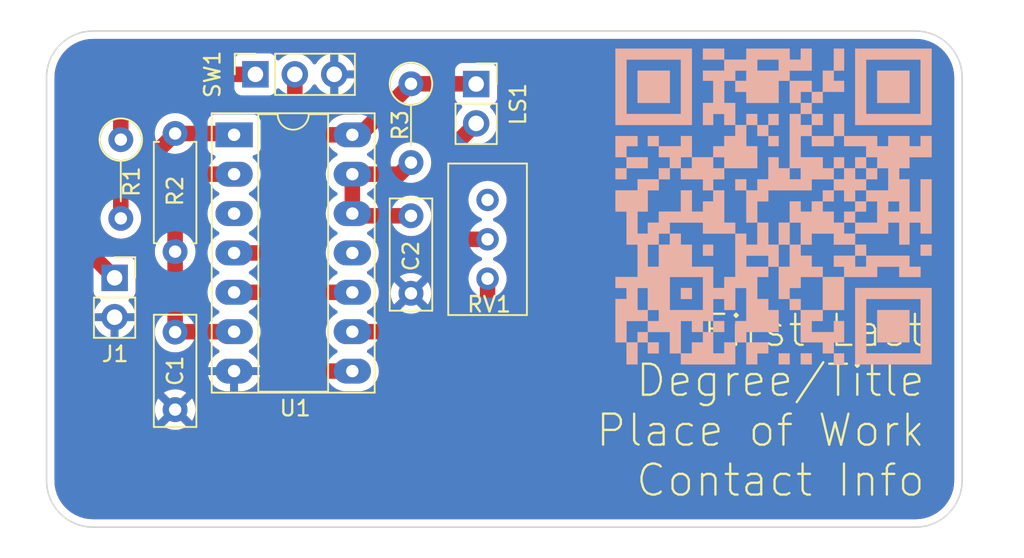
<source format=kicad_pcb>
(kicad_pcb (version 20211014) (generator pcbnew)
  (title_block (title "Business Card") (date "2022-08-22") (rev "2.0") (comment 1 "Rounded Corners"))
  (layers (0 "F.Cu" signal) (31 "B.Cu" signal) (34 "B.Paste" user) (35 "F.Paste" user) (36 "B.SilkS" user "B.Silkscreen") (37 "F.SilkS" user "F.Silkscreen") (38 "B.Mask" user) (39 "F.Mask" user) (44 "Edge.Cuts" user))
  (net 0 "")
  (net 1 "TO_TR_THR_A")
  (net 2 "GND")
  (net 3 "TO_DIS_THR_B")
  (net 4 "+BATT")
  (net 5 "+9V")
  (net 6 "Net-(LS1-Pad2)")
  (net 7 "TO_DIS_A")
  (net 8 "TO_SPEAKER")
  (net 11 "TO_TR_B")
  (footprint "Package_DIP:DIP-14_W7.62mm_Socket_LongPads" (layer "F.Cu") (at 130.339 91.783)
    (fp_text reference "U1" (at 3.935 17.64) (layer "F.SilkS"))
    (fp_text value "NE556")
    (fp_line (start -1.44 -1.39) (end -1.44 16.63) (layer "F.SilkS") (width 0.12))
    (fp_line (start 9.06 -1.39) (end -1.44 -1.39) (layer "F.SilkS") (width 0.12))
    (fp_line (start 6.06 -1.33) (end 4.81 -1.33) (layer "F.SilkS") (width 0.12))
    (fp_line (start 9.06 16.63) (end 9.06 -1.39) (layer "F.SilkS") (width 0.12))
    (fp_line (start 1.56 16.57) (end 6.06 16.57) (layer "F.SilkS") (width 0.12))
    (fp_line (start 1.56 -1.33) (end 1.56 16.57) (layer "F.SilkS") (width 0.12))
    (fp_line (start -1.44 16.63) (end 9.06 16.63) (layer "F.SilkS") (width 0.12))
    (fp_line (start 2.81 -1.33) (end 1.56 -1.33) (layer "F.SilkS") (width 0.12))
    (fp_line (start 6.06 16.57) (end 6.06 -1.33) (layer "F.SilkS") (width 0.12))
    (fp_arc (start 4.81 -1.33) (mid 3.81 -0.33) (end 2.81 -1.33) (layer "F.SilkS") (width 0.12))
    (pad "1" thru_hole rect (at 0 0) (size 2.4 1.6) (drill 0.8) (layers *.Cu *.Mask) (net 7 "TO_DIS_A"))
    (pad "2" thru_hole oval (at 0 2.54) (size 2.4 1.6) (drill 0.8) (layers *.Cu *.Mask) (net 1 "TO_TR_THR_A"))
    (pad "3" thru_hole oval (at 0 5.08) (size 2.4 1.6) (drill 0.8) (layers *.Cu *.Mask))
    (pad "4" thru_hole oval (at 0 7.62) (size 2.4 1.6) (drill 0.8) (layers *.Cu *.Mask) (net 5 "+9V"))
    (pad "5" thru_hole oval (at 0 10.16) (size 2.4 1.6) (drill 0.8) (layers *.Cu *.Mask) (net 11 "TO_TR_B"))
    (pad "6" thru_hole oval (at 0 12.7) (size 2.4 1.6) (drill 0.8) (layers *.Cu *.Mask) (net 1 "TO_TR_THR_A"))
    (pad "7" thru_hole oval (at 0 15.24) (size 2.4 1.6) (drill 0.8) (layers *.Cu *.Mask) (net 2 "GND"))
    (pad "8" thru_hole oval (at 7.62 15.24) (size 2.4 1.6) (drill 0.8) (layers *.Cu *.Mask) (net 11 "TO_TR_B"))
    (pad "9" thru_hole oval (at 7.62 12.7) (size 2.4 1.6) (drill 0.8) (layers *.Cu *.Mask) (net 8 "TO_SPEAKER"))
    (pad "10" thru_hole oval (at 7.62 10.16) (size 2.4 1.6) (drill 0.8) (layers *.Cu *.Mask) (net 5 "+9V"))
    (pad "11" thru_hole oval (at 7.62 7.62) (size 2.4 1.6) (drill 0.8) (layers *.Cu *.Mask))
    (pad "12" thru_hole oval (at 7.62 5.08) (size 2.4 1.6) (drill 0.8) (layers *.Cu *.Mask) (net 3 "TO_DIS_THR_B"))
    (pad "13" thru_hole oval (at 7.62 2.54) (size 2.4 1.6) (drill 0.8) (layers *.Cu *.Mask) (net 3 "TO_DIS_THR_B"))
    (pad "14" thru_hole oval (at 7.62 0) (size 2.4 1.6) (drill 0.8) (layers *.Cu *.Mask) (net 5 "+9V"))
  )
  (footprint "QR_CODE:qrcode_github" (layer "F.Cu") (at 165 96)
    (fp_text reference "G***" hide)
    (fp_text value "LOGO" hide)
    (fp_poly (pts (xy -10.0838 -1.3462) (xy -9.3726 -1.3462) (xy -9.3726 -2.0574) (xy -10.0838 -2.0574) (xy -10.0838 -1.3462)) (layer "B.SilkS") (width 0.01) (fill solid))
    (fp_poly (pts (xy -5.8674 6.3754) (xy -5.1562 6.3754) (xy -5.1562 5.6642) (xy -5.8674 5.6642) (xy -5.8674 6.3754)) (layer "B.SilkS") (width 0.01) (fill solid))
    (fp_poly (pts (xy -1.651 -4.8514) (xy -0.9398 -4.8514) (xy -0.9398 -5.5626) (xy -1.651 -5.5626) (xy -1.651 -4.8514)) (layer "B.SilkS") (width 0.01) (fill solid))
    (fp_poly (pts (xy 9.5758 3.5814) (xy 10.287 3.5814) (xy 10.287 2.8702) (xy 9.5758 2.8702) (xy 9.5758 3.5814)) (layer "B.SilkS") (width 0.01) (fill solid))
    (fp_poly (pts (xy -0.2286 -4.8514) (xy 0.4318 -4.8514) (xy 0.4318 -5.5626) (xy -0.2286 -5.5626) (xy -0.2286 -4.8514)) (layer "B.SilkS") (width 0.01) (fill solid))
    (fp_poly (pts (xy -10.0838 -2.7686) (xy -9.3726 -2.7686) (xy -9.3726 -3.4798) (xy -8.6614 -3.4798) (xy -8.6614 -4.1402) (xy -10.0838 -4.1402) (xy -10.0838 -2.7686)) (layer "B.SilkS") (width 0.01) (fill solid))
    (fp_poly (pts (xy -4.445 3.5814) (xy -3.7846 3.5814) (xy -3.7846 2.8702) (xy -4.445 2.8702) (xy -4.445 3.5814)) (layer "B.SilkS") (width 0.01) (fill solid))
    (fp_poly (pts (xy -4.445 -9.0678) (xy -3.0734 -9.0678) (xy -3.0734 -9.779) (xy -4.445 -9.779) (xy -4.445 -9.0678)) (layer "B.SilkS") (width 0.01) (fill solid))
    (fp_poly (pts (xy 3.2766 0.0762) (xy 3.9878 0.0762) (xy 3.9878 -0.635) (xy 3.2766 -0.635) (xy 3.2766 0.0762)) (layer "B.SilkS") (width 0.01) (fill solid))
    (fp_poly (pts (xy 3.9878 10.5918) (xy 4.6482 10.5918) (xy 4.6482 9.8806) (xy 3.9878 9.8806) (xy 3.9878 10.5918)) (layer "B.SilkS") (width 0.01) (fill solid))
    (fp_poly (pts (xy -8.001 8.509) (xy -6.5786 8.509) (xy -6.5786 9.8806) (xy -5.8674 9.8806) (xy -5.8674 10.5918) (xy -2.3622 10.5918) (xy -2.3622 9.1694) (xy -1.651 9.1694) (xy -1.651 8.509) (xy 0.4318 8.509) (xy 0.4318 7.0866) (xy -0.2286 7.0866) (xy -0.2286 6.3754) (xy -0.9398 6.3754) (xy -0.9398 5.6642) (xy -1.651 5.6642) (xy -1.651 7.7978) (xy -2.3622 7.7978) (xy -2.3622 9.1694) (xy -3.0734 9.1694) (xy -3.0734 9.8806) (xy -3.7846 9.8806) (xy -3.7846 8.509) (xy -4.445 8.509) (xy -4.445 9.1694) (xy -5.1562 9.1694) (xy -5.1562 9.8806) (xy -5.8674 9.8806) (xy -5.8674 7.7978) (xy -5.1562 7.7978) (xy -5.1562 8.509) (xy -4.445 8.509) (xy -4.445 7.7978) (xy -3.7846 7.7978) (xy -3.7846 6.3754) (xy -3.0734 6.3754) (xy -3.0734 7.0866) (xy -2.3622 7.0866) (xy -2.3622 5.6642) (xy -1.651 5.6642) (xy -0.9398 5.6642) (xy -0.9398 4.953) (xy -0.2286 4.953) (xy -0.2286 4.2926) (xy 0.4318 4.2926) (xy 0.4318 6.3754) (xy 1.143 6.3754) (xy 1.143 7.0866) (xy 1.8542 7.0866) (xy 1.8542 9.1694) (xy 3.2766 9.1694) (xy 3.2766 9.8806) (xy 3.9878 9.8806) (xy 3.9878 9.1694) (xy 4.6482 9.1694) (xy 4.6482 7.7978) (xy 3.9878 7.7978) (xy 3.9878 8.509) (xy 2.5654 8.509) (xy 2.5654 7.7978) (xy 3.2766 7.7978) (xy 3.2766 7.0866) (xy 4.6482 7.0866) (xy 4.6482 4.953) (xy 6.7818 4.953) (xy 6.7818 4.2926) (xy 8.2042 4.2926) (xy 8.2042 4.953) (xy 9.5758 4.953) (xy 9.5758 4.2926) (xy 8.8646 4.2926) (xy 8.8646 3.5814) (xy 6.0706 3.5814) (xy 6.0706 4.2926) (xy 5.3594 4.2926) (xy 5.3594 3.5814) (xy 6.0706 3.5814) (xy 6.0706 2.8702) (xy 5.3594 2.8702) (xy 5.3594 3.5814) (xy 3.9878 3.5814) (xy 3.9878 4.2926) (xy 4.6482 4.2926) (xy 4.6482 4.953) (xy 3.2766 4.953) (xy 3.2766 7.0866) (xy 1.8542 7.0866) (xy 1.8542 6.3754) (xy 1.143 6.3754) (xy 1.143 5.6642) (xy 1.8542 5.6642) (xy 1.8542 4.953) (xy 3.2766 4.953) (xy 3.2766 4.2926) (xy 2.5654 4.2926) (xy 2.5654 3.5814) (xy 1.8542 3.5814) (xy 1.8542 2.8702) (xy 2.5654 2.8702) (xy 2.5654 2.159) (xy 3.9878 2.159) (xy 3.9878 2.8702) (xy 5.3594 2.8702) (xy 5.3594 2.159) (xy 7.493 2.159) (xy 7.493 1.4478) (xy 8.2042 1.4478) (xy 8.2042 2.8702) (xy 8.8646 2.8702) (xy 8.8646 1.4478) (xy 9.5758 1.4478) (xy 9.5758 2.159) (xy 10.287 2.159) (xy 10.287 -1.3462) (xy 9.5758 -1.3462) (xy 9.5758 0.7366) (xy 8.8646 0.7366) (xy 8.8646 0.0762) (xy 8.2042 0.0762) (xy 8.2042 0.7366) (xy 7.493 0.7366) (xy 7.493 0.0762) (xy 8.2042 0.0762) (xy 8.8646 0.0762) (xy 8.8646 -1.3462) (xy 8.2042 -1.3462) (xy 8.2042 -2.0574) (xy 7.493 -2.0574) (xy 7.493 -0.635) (xy 6.0706 -0.635) (xy 6.0706 0.0762) (xy 6.7818 0.0762) (xy 6.7818 1.4478) (xy 5.3594 1.4478) (xy 5.3594 2.159) (xy 4.6482 2.159) (xy 4.6482 1.4478) (xy 3.9878 1.4478) (xy 3.9878 0.7366) (xy 3.2766 0.7366) (xy 3.2766 0.0762) (xy 2.5654 0.0762) (xy 2.5654 0.7366) (xy 1.8542 0.7366) (xy 1.8542 0.0762) (xy 1.143 0.0762) (xy 1.143 1.4478) (xy 1.8542 1.4478) (xy 1.8542 2.8702) (xy 1.143 2.8702) (xy 1.143 4.2926) (xy 0.4318 4.2926) (xy 0.4318 3.5814) (xy -0.2286 3.5814) (xy -0.2286 4.2926) (xy -1.651 4.2926) (xy -1.651 3.5814) (xy -0.2286 3.5814) (xy 0.4318 3.5814) (xy 0.4318 2.8702) (xy -0.2286 2.8702) (xy -0.2286 1.4478) (xy -0.9398 1.4478) (xy -0.9398 0.0762) (xy -0.2286 0.0762) (xy -0.2286 -0.635) (xy 2.5654 -0.635) (xy 2.5654 -1.3462) (xy 3.9878 -1.3462) (xy 3.9878 -2.0574) (xy 3.2766 -2.0574) (xy 1.8542 -2.0574) (xy 1.8542 -1.3462) (xy 1.143 -1.3462) (xy 1.143 -2.0574) (xy 1.8542 -2.0574) (xy 3.2766 -2.0574) (xy 3.2766 -2.7686) (xy 1.8542 -2.7686) (xy 1.8542 -4.1402) (xy 2.5654 -4.1402) (xy 2.5654 -3.4798) (xy 3.9878 -3.4798) (xy 3.9878 -4.1402) (xy 4.6482 -4.1402) (xy 4.6482 -3.4798) (xy 6.0706 -3.4798) (xy 6.0706 -2.7686) (xy 6.7818 -2.7686) (xy 6.7818 -2.0574) (xy 7.493 -2.0574) (xy 8.2042 -2.0574) (xy 8.8646 -2.0574) (xy 8.8646 -2.7686) (xy 10.287 -2.7686) (xy 10.287 -4.1402) (xy 9.5758 -4.1402) (xy 9.5758 -3.4798) (xy 8.8646 -3.4798) (xy 8.8646 -4.1402) (xy 7.493 -4.1402) (xy 7.493 -3.4798) (xy 6.7818 -3.4798) (xy 6.7818 -4.1402) (xy 4.6482 -4.1402) (xy 4.6482 -5.5626) (xy 3.9878 -5.5626) (xy 3.9878 -4.1402) (xy 2.5654 -4.1402) (xy 2.5654 -4.8514) (xy 3.2766 -4.8514) (xy 3.2766 -5.5626) (xy 2.5654 -5.5626) (xy 2.5654 -4.8514) (xy 1.8542 -4.8514) (xy 1.8542 -5.5626) (xy 2.5654 -5.5626) (xy 2.5654 -6.2738) (xy 3.2766 -6.2738) (xy 3.2766 -6.985) (xy 2.5654 -6.985) (xy 2.5654 -6.2738) (xy 1.8542 -6.2738) (xy 1.8542 -5.5626) (xy 1.143 -5.5626) (xy 1.143 -2.0574) (xy 0.4318 -2.0574) (xy 0.4318 -2.7686) (xy -0.2286 -2.7686) (xy -0.2286 -1.3462) (xy -0.9398 -1.3462) (xy -0.9398 -0.635) (xy -1.651 -0.635) (xy -1.651 1.4478) (xy -0.9398 1.4478) (xy -0.9398 2.8702) (xy -1.651 2.8702) (xy -1.651 2.159) (xy -2.3622 2.159) (xy -2.3622 4.953) (xy -3.0734 4.953) (xy -3.0734 5.6642) (xy -3.7846 5.6642) (xy -3.7846 4.953) (xy -4.445 4.953) (xy -4.445 7.0866) (xy -6.5786 7.0866) (xy -7.2898 7.0866) (xy -7.2898 7.7978) (xy -8.001 7.7978) (xy -8.001 8.509) (xy -8.6614 8.509) (xy -8.6614 9.1694) (xy -9.3726 9.1694) (xy -9.3726 7.7978) (xy -8.001 7.7978) (xy -8.001 7.0866) (xy -7.2898 7.0866) (xy -6.5786 7.0866) (xy -6.5786 5.6642) (xy -8.001 5.6642) (xy -8.001 7.0866) (xy -8.6614 7.0866) (xy -8.6614 5.6642) (xy -8.001 5.6642) (xy -6.5786 5.6642) (xy -6.5786 4.953) (xy -4.445 4.953) (xy -3.7846 4.953) (xy -3.7846 4.2926) (xy -5.1562 4.2926) (xy -5.1562 2.8702) (xy -5.8674 2.8702) (xy -5.8674 2.159) (xy -6.5786 2.159) (xy -6.5786 2.8702) (xy -7.2898 2.8702) (xy -7.2898 4.2926) (xy -8.001 4.2926) (xy -8.001 2.8702) (xy -7.2898 2.8702) (xy -7.2898 2.159) (xy -6.5786 2.159) (xy -6.5786 1.4478) (xy -4.445 1.4478) (xy -4.445 2.159) (xy -2.3622 2.159) (xy -2.3622 1.4478) (xy -3.0734 1.4478) (xy -3.0734 -0.635) (xy -3.7846 -0.635) (xy -3.7846 0.0762) (xy -4.445 0.0762) (xy -4.445 0.7366) (xy -5.1562 0.7366) (xy -5.1562 -0.635) (xy -5.8674 -0.635) (xy -5.8674 0.7366) (xy -7.2898 0.7366) (xy -7.2898 1.4478) (xy -8.001 1.4478) (xy -8.001 2.159) (xy -8.6614 2.159) (xy -8.6614 0.7366) (xy -8.001 0.7366) (xy -8.001 -0.635) (xy -7.2898 -0.635) (xy -7.2898 -1.3462) (xy -6.5786 -1.3462) (xy -6.5786 -2.0574) (xy -5.8674 -2.0574) (xy -5.8674 -1.3462) (xy -4.445 -1.3462) (xy -4.445 -0.635) (xy -3.7846 -0.635) (xy -3.7846 -1.3462) (xy -3.0734 -1.3462) (xy -3.0734 -2.0574) (xy -0.9398 -2.0574) (xy -0.9398 -2.7686) (xy -3.0734 -2.7686) (xy -3.0734 -2.0574) (xy -3.7846 -2.0574) (xy -3.7846 -2.7686) (xy -3.0734 -2.7686) (xy -0.9398 -2.7686) (xy -0.9398 -3.4798) (xy -1.651 -3.4798) (xy -1.651 -4.8514) (xy -2.3622 -4.8514) (xy -2.3622 -6.2738) (xy -3.0734 -6.2738) (xy -3.0734 -7.6962) (xy -2.3622 -7.6962) (xy -2.3622 -6.985) (xy -1.651 -6.985) (xy -1.651 -6.2738) (xy 0.4318 -6.2738) (xy 0.4318 -7.6962) (xy 1.143 -7.6962) (xy 1.143 -6.2738) (xy 1.8542 -6.2738) (xy 1.8542 -6.985) (xy 2.5654 -6.985) (xy 2.5654 -7.6962) (xy 1.143 -7.6962) (xy 1.143 -8.3566) (xy 2.5654 -8.3566) (xy 2.5654 -9.779) (xy 1.8542 -9.779) (xy 1.8542 -9.0678) (xy 1.143 -9.0678) (xy 0.4318 -9.0678) (xy 0.4318 -8.3566) (xy -0.9398 -8.3566) (xy -1.651 -8.3566) (xy -1.651 -7.6962) (xy -2.3622 -7.6962) (xy -2.3622 -8.3566) (xy -1.651 -8.3566) (xy -0.9398 -8.3566) (xy -0.9398 -9.0678) (xy 0.4318 -9.0678) (xy 1.143 -9.0678) (xy 1.143 -9.779) (xy -1.651 -9.779) (xy -1.651 -9.0678) (xy -3.0734 -9.0678) (xy -3.0734 -8.3566) (xy -4.445 -8.3566) (xy -4.445 -7.6962) (xy -3.7846 -7.6962) (xy -3.7846 -6.2738) (xy -4.445 -6.2738) (xy -4.445 -4.8514) (xy -3.7846 -4.8514) (xy -3.7846 -5.5626) (xy -3.0734 -5.5626) (xy -3.0734 -4.8514) (xy -2.3622 -4.8514) (xy -2.3622 -4.1402) (xy -3.0734 -4.1402) (xy -3.0734 -3.4798) (xy -3.7846 -3.4798) (xy -3.7846 -2.7686) (xy -5.1562 -2.7686) (xy -5.1562 -2.0574) (xy -5.8674 -2.0574) (xy -5.8674 -2.7686) (xy -5.1562 -2.7686) (xy -5.1562 -4.1402) (xy -5.8674 -4.1402) (xy -5.8674 -3.4798) (xy -7.2898 -3.4798) (xy -7.2898 -2.7686) (xy -6.5786 -2.7686) (xy -6.5786 -2.0574) (xy -7.2898 -2.0574) (xy -7.2898 -1.3462) (xy -8.6614 -1.3462) (xy -8.6614 -0.635) (xy -10.0838 -0.635) (xy -10.0838 0.7366) (xy -9.3726 0.7366) (xy -9.3726 2.8702) (xy -8.6614 2.8702) (xy -8.6614 4.953) (xy -10.0838 4.953) (xy -10.0838 5.6642) (xy -9.3726 5.6642) (xy -9.3726 6.3754) (xy -10.0838 6.3754) (xy -10.0838 9.1694) (xy -9.3726 9.1694) (xy -9.3726 10.5918) (xy -8.6614 10.5918) (xy -8.6614 9.1694) (xy -8.001 9.1694) (xy -8.001 8.509)) (layer "B.SilkS") (width 0.01) (fill solid))
    (fp_poly (pts (xy -0.2286 -3.4798) (xy 0.4318 -3.4798) (xy 0.4318 -4.1402) (xy -0.2286 -4.1402) (xy -0.2286 -3.4798)) (layer "B.SilkS") (width 0.01) (fill solid))
    (fp_poly (pts (xy 3.2766 -6.985) (xy 4.6482 -6.985) (xy 4.6482 -7.6962) (xy 3.9878 -7.6962) (xy 3.9878 -8.3566) (xy 3.2766 -8.3566) (xy 3.2766 -6.985)) (layer "B.SilkS") (width 0.01) (fill solid))
    (fp_poly (pts (xy 6.7818 -6.2738) (xy 8.8646 -6.2738) (xy 8.8646 -8.3566) (xy 6.7818 -8.3566) (xy 6.7818 -6.2738)) (layer "B.SilkS") (width 0.01) (fill solid))
    (fp_poly (pts (xy -8.001 -3.4798) (xy -7.2898 -3.4798) (xy -7.2898 -4.1402) (xy -8.001 -4.1402) (xy -8.001 -3.4798)) (layer "B.SilkS") (width 0.01) (fill solid))
    (fp_poly (pts (xy -3.7846 8.509) (xy -3.0734 8.509) (xy -3.0734 7.7978) (xy -3.7846 7.7978) (xy -3.7846 8.509)) (layer "B.SilkS") (width 0.01) (fill solid))
    (fp_poly (pts (xy 4.6482 1.4478) (xy 5.3594 1.4478) (xy 5.3594 0.7366) (xy 4.6482 0.7366) (xy 4.6482 1.4478)) (layer "B.SilkS") (width 0.01) (fill solid))
    (fp_poly (pts (xy 5.3594 10.5918) (xy 10.287 10.5918) (xy 10.287 6.3754) (xy 9.5758 6.3754) (xy 9.5758 9.8806) (xy 6.0706 9.8806) (xy 6.0706 6.3754) (xy 9.5758 6.3754) (xy 10.287 6.3754) (xy 10.287 5.6642) (xy 5.3594 5.6642) (xy 5.3594 10.5918)) (layer "B.SilkS") (width 0.01) (fill solid))
    (fp_poly (pts (xy 6.7818 9.1694) (xy 8.8646 9.1694) (xy 8.8646 7.0866) (xy 6.7818 7.0866) (xy 6.7818 9.1694)) (layer "B.SilkS") (width 0.01) (fill solid))
    (fp_poly (pts (xy -1.651 10.5918) (xy -0.9398 10.5918) (xy -0.9398 9.8806) (xy -0.2286 9.8806) (xy -0.2286 9.1694) (xy -1.651 9.1694) (xy -1.651 10.5918)) (layer "B.SilkS") (width 0.01) (fill solid))
    (fp_poly (pts (xy -10.0838 -4.8514) (xy -5.1562 -4.8514) (xy -5.1562 -9.0678) (xy -5.8674 -9.0678) (xy -5.8674 -5.5626) (xy -9.3726 -5.5626) (xy -9.3726 -9.0678) (xy -5.8674 -9.0678) (xy -5.1562 -9.0678) (xy -5.1562 -9.779) (xy -10.0838 -9.779) (xy -10.0838 -4.8514)) (layer "B.SilkS") (width 0.01) (fill solid))
    (fp_poly (pts (xy 3.9878 -2.0574) (xy 4.6482 -2.0574) (xy 4.6482 -2.7686) (xy 3.9878 -2.7686) (xy 3.9878 -2.0574)) (layer "B.SilkS") (width 0.01) (fill solid))
    (fp_poly (pts (xy 4.6482 -2.0574) (xy 4.6482 -1.3462) (xy 3.9878 -1.3462) (xy 3.9878 -0.635) (xy 4.6482 -0.635) (xy 4.6482 0.0762) (xy 5.3594 0.0762) (xy 5.3594 -0.635) (xy 6.0706 -0.635) (xy 6.0706 -1.3462) (xy 6.7818 -1.3462) (xy 6.7818 -2.0574) (xy 6.0706 -2.0574) (xy 6.0706 -1.3462) (xy 5.3594 -1.3462) (xy 5.3594 -2.0574) (xy 6.0706 -2.0574) (xy 6.0706 -2.7686) (xy 5.3594 -2.7686) (xy 5.3594 -2.0574) (xy 4.6482 -2.0574)) (layer "B.SilkS") (width 0.01) (fill solid))
    (fp_poly (pts (xy 1.8542 10.5918) (xy 2.5654 10.5918) (xy 2.5654 9.8806) (xy 1.8542 9.8806) (xy 1.8542 10.5918)) (layer "B.SilkS") (width 0.01) (fill solid))
    (fp_poly (pts (xy -8.001 9.8806) (xy -7.2898 9.8806) (xy -7.2898 9.1694) (xy -8.001 9.1694) (xy -8.001 9.8806)) (layer "B.SilkS") (width 0.01) (fill solid))
    (fp_poly (pts (xy -8.6614 -6.2738) (xy -6.5786 -6.2738) (xy -6.5786 -8.3566) (xy -8.6614 -8.3566) (xy -8.6614 -6.2738)) (layer "B.SilkS") (width 0.01) (fill solid))
    (fp_poly (pts (xy 3.9878 -8.3566) (xy 4.6482 -8.3566) (xy 4.6482 -9.779) (xy 3.9878 -9.779) (xy 3.9878 -8.3566)) (layer "B.SilkS") (width 0.01) (fill solid))
    (fp_poly (pts (xy 0.4318 2.8702) (xy 1.143 2.8702) (xy 1.143 1.4478) (xy 0.4318 1.4478) (xy 0.4318 2.8702)) (layer "B.SilkS") (width 0.01) (fill solid))
    (fp_poly (pts (xy -0.9398 -4.1402) (xy -0.2286 -4.1402) (xy -0.2286 -4.8514) (xy -0.9398 -4.8514) (xy -0.9398 -4.1402)) (layer "B.SilkS") (width 0.01) (fill solid))
    (fp_poly (pts (xy -9.3726 -2.0574) (xy -8.001 -2.0574) (xy -8.001 -2.7686) (xy -9.3726 -2.7686) (xy -9.3726 -2.0574)) (layer "B.SilkS") (width 0.01) (fill solid))
    (fp_poly (pts (xy 5.3594 -4.8514) (xy 10.287 -4.8514) (xy 10.287 -9.0678) (xy 9.5758 -9.0678) (xy 9.5758 -5.5626) (xy 6.0706 -5.5626) (xy 6.0706 -9.0678) (xy 9.5758 -9.0678) (xy 10.287 -9.0678) (xy 10.287 -9.779) (xy 5.3594 -9.779) (xy 5.3594 -4.8514)) (layer "B.SilkS") (width 0.01) (fill solid))
    (fp_poly (pts (xy -2.3622 -0.635) (xy -1.651 -0.635) (xy -1.651 -1.3462) (xy -2.3622 -1.3462) (xy -2.3622 -0.635)) (layer "B.SilkS") (width 0.01) (fill solid))
    (fp_poly (pts (xy 5.3594 0.7366) (xy 6.0706 0.7366) (xy 6.0706 0.0762) (xy 5.3594 0.0762) (xy 5.3594 0.7366)) (layer "B.SilkS") (width 0.01) (fill solid))
    (fp_poly (pts (xy 0.4318 10.5918) (xy 1.143 10.5918) (xy 1.143 9.8806) (xy 0.4318 9.8806) (xy 0.4318 10.5918)) (layer "B.SilkS") (width 0.01) (fill solid))
  )
  (footprint "Resistor_THT:R_Axial_DIN0207_L6.3mm_D2.5mm_P5.08mm_Vertical" (layer "F.Cu") (at 141.739 88.493 -90)
    (fp_text reference "R3" (at 2.675 0.7 90) (layer "F.SilkS"))
    (fp_text value "R_Photo")
    (fp_line (start 1.37 0) (end 3.98 0) (layer "F.SilkS") (width 0.12))
    (fp_circle (center 0 0) (end 1.37 0) (layer "F.SilkS") (width 0.12) (fill none))
    (pad "1" thru_hole circle (at 0 0 270) (size 1.6 1.6) (drill 0.8) (layers *.Cu *.Mask) (net 5 "+9V"))
    (pad "2" thru_hole oval (at 5.08 0 270) (size 1.6 1.6) (drill 0.8) (layers *.Cu *.Mask) (net 3 "TO_DIS_THR_B"))
  )
  (footprint "Connector_PinSocket_2.54mm:PinSocket_1x02_P2.54mm_Vertical" (layer "F.Cu") (at 145.939 88.508)
    (fp_text reference "LS1" (at 2.7 1.3 270) (layer "F.SilkS"))
    (fp_text value "Speaker")
    (fp_line (start -1.33 1.27) (end 1.33 1.27) (layer "F.SilkS") (width 0.12))
    (fp_line (start 0 -1.33) (end 1.33 -1.33) (layer "F.SilkS") (width 0.12))
    (fp_line (start -1.33 3.87) (end 1.33 3.87) (layer "F.SilkS") (width 0.12))
    (fp_line (start 1.33 1.27) (end 1.33 3.87) (layer "F.SilkS") (width 0.12))
    (fp_line (start -1.33 1.27) (end -1.33 3.87) (layer "F.SilkS") (width 0.12))
    (fp_line (start 1.33 -1.33) (end 1.33 0) (layer "F.SilkS") (width 0.12))
    (pad "1" thru_hole rect (at 0 0) (size 1.7 1.7) (drill 1) (layers *.Cu *.Mask) (net 5 "+9V"))
    (pad "2" thru_hole oval (at 0 2.54) (size 1.7 1.7) (drill 1) (layers *.Cu *.Mask) (net 6 "Net-(LS1-Pad2)"))
  )
  (footprint "Resistor_THT:R_Axial_DIN0207_L6.3mm_D2.5mm_P7.62mm_Horizontal" (layer "F.Cu") (at 126.539 91.698 -90)
    (fp_text reference "R2" (at 3.71 0 90) (layer "F.SilkS"))
    (fp_text value "1k")
    (fp_line (start 0.54 1.37) (end 7.08 1.37) (layer "F.SilkS") (width 0.12))
    (fp_line (start 0.54 -1.04) (end 0.54 -1.37) (layer "F.SilkS") (width 0.12))
    (fp_line (start 7.08 -1.37) (end 7.08 -1.04) (layer "F.SilkS") (width 0.12))
    (fp_line (start 0.54 1.04) (end 0.54 1.37) (layer "F.SilkS") (width 0.12))
    (fp_line (start 0.54 -1.37) (end 7.08 -1.37) (layer "F.SilkS") (width 0.12))
    (fp_line (start 7.08 1.37) (end 7.08 1.04) (layer "F.SilkS") (width 0.12))
    (pad "1" thru_hole circle (at 0 0 270) (size 1.6 1.6) (drill 0.8) (layers *.Cu *.Mask) (net 7 "TO_DIS_A"))
    (pad "2" thru_hole oval (at 7.62 0 270) (size 1.6 1.6) (drill 0.8) (layers *.Cu *.Mask) (net 1 "TO_TR_THR_A"))
  )
  (footprint "Resistor_THT:R_Axial_DIN0207_L6.3mm_D2.5mm_P5.08mm_Vertical" (layer "F.Cu") (at 123.039 92.093 -90)
    (fp_text reference "R1" (at 2.715 -0.7 90) (layer "F.SilkS"))
    (fp_text value "R_Photo")
    (fp_line (start 1.37 0) (end 3.98 0) (layer "F.SilkS") (width 0.12))
    (fp_circle (center 0 0) (end 1.37 0) (layer "F.SilkS") (width 0.12) (fill none))
    (pad "1" thru_hole circle (at 0 0 270) (size 1.6 1.6) (drill 0.8) (layers *.Cu *.Mask) (net 5 "+9V"))
    (pad "2" thru_hole oval (at 5.08 0 270) (size 1.6 1.6) (drill 0.8) (layers *.Cu *.Mask) (net 7 "TO_DIS_A"))
  )
  (footprint "Connector_PinSocket_2.54mm:PinSocket_1x03_P2.54mm_Vertical" (layer "F.Cu") (at 131.714 87.883 90)
    (fp_text reference "SW1" (at 0 -2.77 90) (layer "F.SilkS"))
    (fp_text value "SW_SPDT")
    (fp_line (start -1.33 6.41) (end 1.33 6.41) (layer "F.SilkS") (width 0.12))
    (fp_line (start 0 -1.33) (end 1.33 -1.33) (layer "F.SilkS") (width 0.12))
    (fp_line (start -1.33 1.27) (end 1.33 1.27) (layer "F.SilkS") (width 0.12))
    (fp_line (start -1.33 1.27) (end -1.33 6.41) (layer "F.SilkS") (width 0.12))
    (fp_line (start 1.33 1.27) (end 1.33 6.41) (layer "F.SilkS") (width 0.12))
    (fp_line (start 1.33 -1.33) (end 1.33 0) (layer "F.SilkS") (width 0.12))
    (pad "1" thru_hole rect (at 0 0 90) (size 1.7 1.7) (drill 1) (layers *.Cu *.Mask) (net 4 "+BATT"))
    (pad "2" thru_hole oval (at 0 2.54 90) (size 1.7 1.7) (drill 1) (layers *.Cu *.Mask) (net 5 "+9V"))
    (pad "3" thru_hole oval (at 0 5.08 90) (size 1.7 1.7) (drill 1) (layers *.Cu *.Mask) (net 2 "GND"))
  )
  (footprint "Potentiometer_THT:Potentiometer_Bourns_3386C_Horizontal" (layer "F.Cu") (at 146.674 101.063 180)
    (fp_text reference "RV1" (at -0.1 -1.66) (layer "F.SilkS"))
    (fp_text value "5k")
    (fp_line (start -2.535 -2.345) (end 2.535 -2.345) (layer "F.SilkS") (width 0.12))
    (fp_line (start 2.535 -2.345) (end 2.535 7.425) (layer "F.SilkS") (width 0.12))
    (fp_line (start -2.535 -2.345) (end -2.535 7.425) (layer "F.SilkS") (width 0.12))
    (fp_line (start -2.535 7.425) (end 2.535 7.425) (layer "F.SilkS") (width 0.12))
    (pad "1" thru_hole circle (at 0 0 180) (size 1.44 1.44) (drill 0.8) (layers *.Cu *.Mask) (net 8 "TO_SPEAKER"))
    (pad "2" thru_hole circle (at 0 2.54 180) (size 1.44 1.44) (drill 0.8) (layers *.Cu *.Mask) (net 6 "Net-(LS1-Pad2)"))
    (pad "3" thru_hole circle (at 0 5.08 180) (size 1.44 1.44) (drill 0.8) (layers *.Cu *.Mask))
  )
  (footprint "Capacitor_THT:C_Disc_D7.0mm_W2.5mm_P5.00mm" (layer "F.Cu") (at 126.539 104.508 -90)
    (fp_text reference "C1" (at 2.5 0 90) (layer "F.SilkS"))
    (fp_text value "0.22u")
    (fp_line (start -1.12 -1.37) (end -1.12 1.37) (layer "F.SilkS") (width 0.12))
    (fp_line (start -1.12 1.37) (end 6.12 1.37) (layer "F.SilkS") (width 0.12))
    (fp_line (start -1.12 -1.37) (end 6.12 -1.37) (layer "F.SilkS") (width 0.12))
    (fp_line (start 6.12 -1.37) (end 6.12 1.37) (layer "F.SilkS") (width 0.12))
    (pad "1" thru_hole circle (at 0 0 270) (size 1.6 1.6) (drill 0.8) (layers *.Cu *.Mask) (net 1 "TO_TR_THR_A"))
    (pad "2" thru_hole circle (at 5 0 270) (size 1.6 1.6) (drill 0.8) (layers *.Cu *.Mask) (net 2 "GND"))
  )
  (footprint "Capacitor_THT:C_Disc_D7.0mm_W2.5mm_P5.00mm" (layer "F.Cu") (at 141.739 97.008 -90)
    (fp_text reference "C2" (at 2.6 0 90) (layer "F.SilkS"))
    (fp_text value "0.22u")
    (fp_line (start -1.12 1.37) (end 6.12 1.37) (layer "F.SilkS") (width 0.12))
    (fp_line (start 6.12 -1.37) (end 6.12 1.37) (layer "F.SilkS") (width 0.12))
    (fp_line (start -1.12 -1.37) (end -1.12 1.37) (layer "F.SilkS") (width 0.12))
    (fp_line (start -1.12 -1.37) (end 6.12 -1.37) (layer "F.SilkS") (width 0.12))
    (pad "1" thru_hole circle (at 0 0 270) (size 1.6 1.6) (drill 0.8) (layers *.Cu *.Mask) (net 3 "TO_DIS_THR_B"))
    (pad "2" thru_hole circle (at 5 0 270) (size 1.6 1.6) (drill 0.8) (layers *.Cu *.Mask) (net 2 "GND"))
  )
  (footprint "Connector_PinSocket_2.54mm:PinSocket_1x02_P2.54mm_Vertical" (layer "F.Cu") (at 122.639 101.008)
    (fp_text reference "J1" (at 0.035 4.915) (layer "F.SilkS"))
    (fp_text value "Conn_01x02")
    (fp_line (start -1.33 1.27) (end 1.33 1.27) (layer "F.SilkS") (width 0.12))
    (fp_line (start -1.33 1.27) (end -1.33 3.87) (layer "F.SilkS") (width 0.12))
    (fp_line (start 1.33 -1.33) (end 1.33 0) (layer "F.SilkS") (width 0.12))
    (fp_line (start -1.33 3.87) (end 1.33 3.87) (layer "F.SilkS") (width 0.12))
    (fp_line (start 1.33 1.27) (end 1.33 3.87) (layer "F.SilkS") (width 0.12))
    (fp_line (start 0 -1.33) (end 1.33 -1.33) (layer "F.SilkS") (width 0.12))
    (pad "1" thru_hole rect (at 0 0) (size 1.7 1.7) (drill 1) (layers *.Cu *.Mask) (net 4 "+BATT"))
    (pad "2" thru_hole oval (at 0 2.54) (size 1.7 1.7) (drill 1) (layers *.Cu *.Mask) (net 2 "GND"))
  )
  (gr_line (start 121.254 117.088) (end 174.254 117.088) (layer "Edge.Cuts") (width 0.1))
  (gr_line (start 118.254 88.088) (end 118.254 114.088) (layer "Edge.Cuts") (width 0.1))
  (gr_arc (start 177.254 114.088) (mid 176.37532 116.20932) (end 174.254 117.088) (layer "Edge.Cuts") (width 0.1))
  (gr_arc (start 118.254 88.088) (mid 119.13268 85.96668) (end 121.254 85.088) (layer "Edge.Cuts") (width 0.1))
  (gr_arc (start 121.254 117.088) (mid 119.13268 116.20932) (end 118.254 114.088) (layer "Edge.Cuts") (width 0.1))
  (gr_line (start 174.254 85.088) (end 121.254 85.088) (layer "Edge.Cuts") (width 0.1))
  (gr_arc (start 174.254 85.088) (mid 176.37532 85.96668) (end 177.254 88.088) (layer "Edge.Cuts") (width 0.1))
  (gr_line (start 177.254 114.088) (end 177.254 88.088) (layer "Edge.Cuts") (width 0.1))
  (gr_text "First Last\nDegree/Title\nPlace of Work\nContact Info" (at 174.98 109.24) (layer "F.SilkS") (effects (font (size 2 2)) (justify right)))
  (segment (start 130.339 104.483) (end 126.564 104.483) (width 1) (layer "F.Cu") (net 1))
  (segment (start 127.824 94.323) (end 130.339 94.323) (width 1) (layer "F.Cu") (net 1))
  (segment (start 126.539 99.318) (end 126.539 95.608) (width 1) (layer "F.Cu") (net 1))
  (segment (start 126.539 99.318) (end 126.539 104.508) (width 1) (layer "F.Cu") (net 1))
  (segment (start 126.539 95.608) (end 127.824 94.323) (width 1) (layer "F.Cu") (net 1))
  (segment (start 126.564 104.483) (end 126.539 104.508) (width 1) (layer "F.Cu") (net 1))
  (segment (start 140.989 94.323) (end 141.739 93.573) (width 1) (layer "F.Cu") (net 3))
  (segment (start 137.959 94.323) (end 140.989 94.323) (width 1) (layer "F.Cu") (net 3))
  (segment (start 138.104 97.008) (end 137.959 96.863) (width 1) (layer "F.Cu") (net 3))
  (segment (start 137.959 96.863) (end 137.959 94.323) (width 1) (layer "F.Cu") (net 3))
  (segment (start 141.739 97.008) (end 138.104 97.008) (width 1) (layer "F.Cu") (net 3))
  (segment (start 120.439 98.808) (end 120.439 90.308) (width 1) (layer "F.Cu") (net 4))
  (segment (start 122.864 87.883) (end 131.714 87.883) (width 1) (layer "F.Cu") (net 4))
  (segment (start 120.439 90.308) (end 122.864 87.883) (width 1) (layer "F.Cu") (net 4))
  (segment (start 122.639 101.008) (end 120.439 98.808) (width 1) (layer "F.Cu") (net 4))
  (segment (start 145.924 88.493) (end 145.939 88.508) (width 1) (layer "F.Cu") (net 5))
  (segment (start 123.039 90.708) (end 123.924 89.823) (width 1) (layer "F.Cu") (net 5))
  (segment (start 133.034 99.403) (end 134.254 98.183) (width 1) (layer "F.Cu") (net 5))
  (segment (start 123.924 89.823) (end 134.254 89.823) (width 1) (layer "F.Cu") (net 5))
  (segment (start 134.254 89.823) (end 134.254 87.883) (width 1) (layer "F.Cu") (net 5))
  (segment (start 134.464 91.783) (end 134.254 91.993) (width 1) (layer "F.Cu") (net 5))
  (segment (start 134.254 91.993) (end 134.254 89.823) (width 1) (layer "F.Cu") (net 5))
  (segment (start 133.034 99.403) (end 135.574 101.943) (width 1) (layer "F.Cu") (net 5))
  (segment (start 138.449 91.783) (end 141.739 88.493) (width 1) (layer "F.Cu") (net 5))
  (segment (start 137.959 91.783) (end 134.464 91.783) (width 1) (layer "F.Cu") (net 5))
  (segment (start 134.254 98.183) (end 134.254 91.993) (width 1) (layer "F.Cu") (net 5))
  (segment (start 135.574 101.943) (end 137.959 101.943) (width 1) (layer "F.Cu") (net 5))
  (segment (start 123.039 92.093) (end 123.039 90.708) (width 1) (layer "F.Cu") (net 5))
  (segment (start 141.739 88.493) (end 145.924 88.493) (width 1) (layer "F.Cu") (net 5))
  (segment (start 137.959 91.783) (end 138.449 91.783) (width 1) (layer "F.Cu") (net 5))
  (segment (start 130.339 99.403) (end 133.034 99.403) (width 1) (layer "F.Cu") (net 5))
  (segment (start 145.374 98.523) (end 146.674 98.523) (width 1) (layer "F.Cu") (net 6))
  (segment (start 144.539 92.448) (end 145.939 91.048) (width 1) (layer "F.Cu") (net 6))
  (segment (start 144.539 97.688) (end 145.374 98.523) (width 1) (layer "F.Cu") (net 6))
  (segment (start 144.539 92.448) (end 144.539 97.688) (width 1) (layer "F.Cu") (net 6))
  (segment (start 130.254 91.698) (end 130.339 91.783) (width 1) (layer "F.Cu") (net 7))
  (segment (start 126.539 91.698) (end 130.254 91.698) (width 1) (layer "F.Cu") (net 7))
  (segment (start 123.039 97.173) (end 123.039 95.198) (width 1) (layer "F.Cu") (net 7))
  (segment (start 123.039 95.198) (end 126.539 91.698) (width 1) (layer "F.Cu") (net 7))
  (segment (start 145.314 104.483) (end 146.674 103.123) (width 1) (layer "F.Cu") (net 8))
  (segment (start 137.959 104.483) (end 145.314 104.483) (width 1) (layer "F.Cu") (net 8))
  (segment (start 146.674 103.123) (end 146.674 101.063) (width 1) (layer "F.Cu") (net 8))
  (segment (start 137.959 107.023) (end 135.654 107.023) (width 1) (layer "F.Cu") (net 11))
  (segment (start 133.739 105.108) (end 133.739 103.008) (width 1) (layer "F.Cu") (net 11))
  (segment (start 135.654 107.023) (end 133.739 105.108) (width 1) (layer "F.Cu") (net 11))
  (segment (start 132.674 101.943) (end 130.339 101.943) (width 1) (layer "F.Cu") (net 11))
  (segment (start 133.739 103.008) (end 132.674 101.943) (width 1) (layer "F.Cu") (net 11))
  (zone (net 2) (net_name "GND") (layers F&B.Cu) (name "GND") (connect_pads (clearance 0.508)) (min_thickness 0.254) (fill yes (thermal_gap 0.508) (thermal_bridge_width 0.508))
    (polygon (pts (xy 181.254 119.088) (xy 115.254 119.088) (xy 115.254 83.088) (xy 181.254 83.088)))
  )
)
</source>
